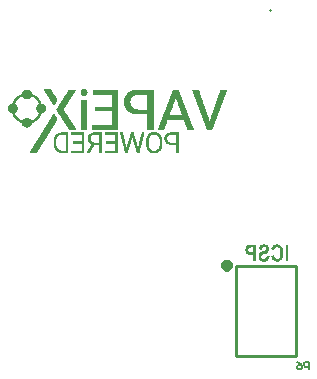
<source format=gbo>
%FSTAX23Y23*%
%MOIN*%
%SFA1B1*%

%IPPOS*%
%ADD42C,0.010000*%
%ADD58C,0.020000*%
%ADD60C,0.005900*%
%ADD63C,0.001000*%
%LNvapeixshield-1*%
%LPD*%
G36*
X04528Y04269D02*
X04518D01*
Y0429*
X04511*
X04509Y0429*
X04508Y0429*
X04507*
X04506Y0429*
X04505Y04291*
X04504Y04291*
X04503Y04291*
X04502Y04291*
X04502Y04291*
X04501*
X04501Y04291*
X04501Y04292*
X04501Y04292*
X045Y04292*
X04499Y04292*
X04498Y04293*
X04497Y04294*
X04496Y04295*
X04495Y04296*
X04495Y04297*
X04495Y04297*
Y04297*
Y04297*
X04494Y04299*
X04493Y04301*
X04493Y04303*
X04492Y04304*
X04492Y04306*
Y04306*
X04492Y04307*
Y04307*
Y04307*
Y04308*
Y04308*
X04492Y0431*
X04493Y04312*
X04493Y04314*
X04494Y04316*
X04494Y04316*
X04494Y04317*
X04494Y04318*
X04495Y04318*
X04495Y04318*
X04495Y04319*
X04495Y04319*
X04496Y0432*
X04497Y04321*
X04498Y04322*
X04499Y04323*
X045Y04324*
X04501Y04324*
X04502Y04324*
Y04324*
X04502*
X04502Y04324*
X04503Y04325*
X04504Y04325*
X04505Y04325*
X04506Y04325*
X04508Y04325*
X0451Y04325*
X04528*
Y04269*
G37*
G36*
X04556Y04326D02*
X04558Y04326D01*
X0456Y04325*
X04561Y04325*
X04562Y04325*
X04563Y04324*
X04563Y04324*
X04563*
X04565Y04323*
X04566Y04322*
X04567Y04322*
X04568Y04321*
X04568Y0432*
X04569Y04319*
X04569Y04319*
X04569*
Y04319*
X0457Y04317*
X0457Y04316*
X04571Y04314*
X04571Y04313*
X04571Y04312*
X04571Y04311*
Y04311*
Y0431*
Y0431*
Y0431*
X04571Y04309*
X04571Y04307*
X04571Y04306*
X0457Y04305*
X0457Y04304*
X0457Y04303*
X0457Y04303*
X0457Y04303*
X04569Y04302*
X04568Y04301*
X04568Y043*
X04567Y04299*
X04566Y04298*
X04566Y04298*
X04565Y04297*
X04565Y04297*
X04564Y04297*
X04563Y04296*
X04561Y04295*
X0456Y04295*
X04559Y04294*
X04558Y04294*
X04558Y04294*
X04557Y04294*
X04557Y04294*
X04557Y04293*
X04557*
X04555Y04293*
X04554Y04293*
X04553Y04292*
X04552Y04292*
X04552Y04292*
X04551Y04292*
X0455Y04291*
X0455Y04291*
X04549Y04291*
X04549Y04291*
X04548Y04291*
X04548Y04291*
X04548Y0429*
X04547Y0429*
X04547Y04289*
X04546Y04289*
X04546Y04289*
X04546Y04288*
Y04288*
X04545Y04288*
X04545Y04287*
X04545Y04286*
Y04286*
X04545Y04285*
Y04285*
Y04285*
X04545Y04284*
X04545Y04283*
X04545Y04282*
X04546Y04281*
X04546Y04281*
X04547Y0428*
X04547Y0428*
X04547Y0428*
X04548Y04279*
X04549Y04278*
X0455Y04278*
X04551Y04278*
X04552Y04278*
X04553Y04277*
X04554*
X04555Y04278*
X04557Y04278*
X04558Y04278*
X04559Y04279*
X0456Y0428*
X04561Y04281*
X04561Y04282*
X04562Y04283*
X04563Y04284*
X04563Y04285*
X04563Y04286*
X04564Y04287*
X04564Y04287*
X04564Y04288*
X04564Y04288*
X04573Y04287*
X04573Y04285*
X04572Y04284*
X04572Y04282*
X04572Y04281*
X04571Y04279*
X0457Y04278*
X0457Y04277*
X04569Y04276*
X04568Y04275*
X04568Y04274*
X04566Y04273*
X04564Y04271*
X04563Y0427*
X04561Y04269*
X0456Y04269*
X04558Y04268*
X04557Y04268*
X04556Y04268*
X04555Y04268*
X04554*
X04552Y04268*
X04551Y04268*
X04549Y04268*
X04548Y04269*
X04547Y04269*
X04545Y04269*
X04544Y0427*
X04543Y0427*
X04543Y04271*
X04542Y04271*
X04541Y04272*
X04541Y04272*
X0454Y04272*
X0454Y04273*
X0454Y04273*
X0454Y04273*
X04539Y04274*
X04538Y04275*
X04538Y04276*
X04537Y04277*
X04537Y04279*
X04536Y04281*
X04536Y04282*
X04536Y04283*
X04536Y04283*
Y04284*
X04535Y04284*
Y04285*
Y04285*
Y04285*
X04536Y04287*
X04536Y04289*
X04536Y0429*
X04536Y04291*
X04537Y04292*
X04537Y04293*
X04537Y04294*
X04537Y04294*
X04538Y04295*
X04538Y04296*
X04539Y04297*
X0454Y04298*
X04541Y04299*
X04541Y04299*
X04542Y04299*
X04542Y043*
X04542Y043*
X04543Y043*
X04545Y04301*
X04546Y04302*
X04548Y04303*
X0455Y04303*
X0455Y04303*
X04551Y04304*
X04551Y04304*
X04552*
X04552Y04304*
X04552*
X04553Y04304*
X04554Y04305*
X04555Y04305*
X04556Y04305*
X04557Y04306*
X04558Y04306*
X04558Y04306*
X04559Y04306*
X0456Y04307*
X0456Y04307*
X0456Y04307*
X04561Y04307*
X04561Y04308*
X04562Y04309*
X04562Y04309*
X04562Y0431*
X04562Y0431*
X04562Y04311*
Y04311*
Y04311*
X04562Y04312*
X04562Y04313*
X04562Y04313*
X04561Y04314*
X04561Y04314*
X04561Y04315*
X0456Y04315*
Y04315*
X0456Y04316*
X04559Y04316*
X04558Y04316*
X04557Y04316*
X04556Y04317*
X04555Y04317*
X04555*
X04553Y04317*
X04552Y04316*
X04551Y04316*
X0455Y04316*
X0455Y04315*
X04549Y04315*
X04549Y04315*
X04549Y04315*
X04548Y04314*
X04547Y04313*
X04547Y04312*
X04547Y04311*
X04546Y0431*
X04546Y04309*
X04546Y04309*
X04546Y04309*
Y04309*
Y04308*
X04537Y04309*
X04537Y0431*
X04537Y04312*
X04537Y04313*
X04538Y04314*
X04538Y04315*
X04538Y04317*
X04539Y04317*
X04539Y04318*
X0454Y04319*
X0454Y0432*
X0454Y0432*
X04541Y04321*
X04541Y04321*
X04541Y04321*
Y04321*
X04542Y04322*
X04542Y04322*
X04543Y04323*
X04544Y04324*
X04545Y04324*
X04548Y04325*
X0455Y04325*
X04551Y04326*
X04551Y04326*
X04552Y04326*
X04553Y04326*
X04554Y04326*
X04554*
X04556Y04326*
G37*
G36*
X04635Y04269D02*
X04626D01*
Y04325*
X04635*
Y04269*
G37*
G36*
X04599Y04326D02*
X04601Y04326D01*
X04602Y04325*
X04604Y04325*
X04605Y04324*
X04606Y04324*
X04607Y04323*
X04608Y04323*
X04609Y04322*
X0461Y04321*
X04611Y04321*
X04611Y0432*
X04612Y0432*
X04612Y04319*
X04612Y04319*
X04612Y04319*
X04613Y04317*
X04614Y04316*
X04615Y04314*
X04616Y04312*
X04617Y0431*
X04617Y04308*
X04618Y04306*
X04618Y04305*
X04618Y04303*
X04618Y04301*
X04619Y043*
X04619Y04299*
Y04298*
Y04297*
Y04297*
Y04297*
Y04296*
Y04294*
X04619Y04292*
X04618Y04289*
X04618Y04287*
X04617Y04285*
X04617Y04284*
X04616Y04282*
X04616Y04281*
X04615Y04279*
X04614Y04278*
X04614Y04277*
X04613Y04276*
X04613Y04276*
X04613Y04275*
X04612Y04275*
X04612Y04275*
X04611Y04274*
X0461Y04273*
X04609Y04272*
X04608Y04271*
X04606Y0427*
X04605Y0427*
X04604Y04269*
X04603Y04269*
X04602Y04268*
X04601Y04268*
X046Y04268*
X04599Y04268*
X04599*
X04598Y04268*
X04598*
X04596Y04268*
X04595Y04268*
X04593Y04269*
X04591Y04269*
X0459Y0427*
X04589Y0427*
X04588Y0427*
X04588Y04271*
X04587Y04271*
X04587Y04272*
X04586Y04272*
X04586Y04272*
X04586Y04272*
X04586Y04272*
X04585Y04273*
X04584Y04274*
X04582Y04276*
X04581Y04279*
X0458Y04281*
X0458Y04282*
X04579Y04283*
X04579Y04284*
X04579Y04285*
X04579Y04285*
X04579Y04286*
X04579Y04286*
Y04286*
X04588Y0429*
X04588Y04287*
X04589Y04286*
X04589Y04284*
X0459Y04283*
X04591Y04282*
X04591Y04281*
X04591Y04281*
X04592Y0428*
X04593Y0428*
X04594Y04279*
X04595Y04278*
X04596Y04278*
X04597Y04278*
X04597*
X04598Y04278*
X04598*
X04599Y04278*
X046*
X04601Y04278*
X04603Y04279*
X04604Y0428*
X04605Y04281*
X04605Y04281*
X04606Y04282*
X04606Y04282*
Y04282*
X04607Y04283*
X04607Y04284*
X04607Y04285*
X04608Y04286*
X04608Y04289*
X04609Y04291*
X04609Y04292*
X04609Y04294*
X04609Y04295*
Y04295*
X04609Y04296*
Y04297*
Y04297*
Y04297*
Y04299*
X04609Y04301*
X04609Y04302*
X04609Y04304*
X04608Y04305*
X04608Y04306*
X04608Y04307*
X04608Y04308*
X04607Y04309*
X04607Y0431*
X04607Y0431*
X04606Y04311*
X04606Y04311*
X04606Y04312*
X04606Y04312*
X04605Y04313*
X04605Y04313*
X04604Y04314*
X04603Y04314*
X04602Y04315*
X04601Y04316*
X04599Y04316*
X04598Y04316*
X04598Y04316*
X04598*
X04596Y04316*
X04595Y04316*
X04594Y04316*
X04593Y04315*
X04592Y04315*
X04592Y04314*
X04592Y04314*
X04591Y04314*
X04591Y04313*
X0459Y04312*
X04589Y04311*
X04589Y04309*
X04588Y04308*
X04588Y04308*
X04588Y04307*
Y04307*
X04588Y04307*
Y04307*
X04579Y04309*
X04579Y04311*
X04579Y04312*
X0458Y04313*
X0458Y04314*
X04581Y04315*
X04581Y04316*
X04582Y04317*
X04582Y04318*
X04582Y04318*
X04583Y04319*
X04583Y0432*
X04584Y0432*
X04584Y0432*
X04584Y0432*
X04584Y04321*
X04584*
X04585Y04322*
X04586Y04322*
X04587Y04323*
X04588Y04324*
X04589Y04324*
X04591Y04325*
X04593Y04325*
X04594Y04326*
X04594Y04326*
X04595Y04326*
X04596Y04326*
X04596Y04326*
X04597*
X04599Y04326*
G37*
%LNvapeixshield-2*%
%LPC*%
G36*
X04518Y04316D02*
X04512D01*
X04511Y04316*
X0451*
X04509Y04315*
X04508Y04315*
X04507Y04315*
X04507Y04315*
X04506Y04315*
X04506*
X04506Y04315*
X04505Y04314*
X04504Y04314*
X04504Y04313*
X04504Y04313*
X04503Y04313*
X04503Y04312*
X04503Y04312*
X04503Y04312*
X04502Y04311*
X04502Y0431*
X04502Y04309*
X04502Y04309*
X04502Y04308*
Y04308*
Y04308*
X04502Y04307*
X04502Y04306*
X04502Y04305*
X04502Y04304*
X04503Y04304*
X04503Y04303*
X04503Y04303*
Y04303*
X04504Y04302*
X04504Y04302*
X04505Y04301*
X04505Y04301*
X04506Y04301*
X04506Y043*
X04506Y043*
X04506*
X04507Y043*
X04508Y043*
X04509*
X0451Y043*
X04511Y043*
X04518*
Y04316*
G37*
%LNvapeixshield-3*%
%LPD*%
G54D42*
X04573Y05106D02*
X04573Y05106D01*
X04461Y03955D02*
Y04255D01*
X04661*
Y03955D02*
Y04255D01*
X04461Y03955D02*
X04661D01*
G54D58*
X04441Y04255D02*
D01*
X04441Y04256*
X04441Y04256*
X0444Y04257*
X0444Y04258*
X0444Y04258*
X0444Y04259*
X04439Y0426*
X04439Y0426*
X04439Y04261*
X04438Y04261*
X04438Y04262*
X04437Y04262*
X04437Y04263*
X04436Y04263*
X04436Y04264*
X04435Y04264*
X04434Y04264*
X04434Y04265*
X04433Y04265*
X04432Y04265*
X04432Y04265*
X04431Y04265*
X0443*
X0443Y04265*
X04429Y04265*
X04428Y04265*
X04428Y04265*
X04427Y04264*
X04426Y04264*
X04426Y04264*
X04425Y04263*
X04424Y04263*
X04424Y04262*
X04423Y04262*
X04423Y04261*
X04423Y04261*
X04422Y0426*
X04422Y0426*
X04421Y04259*
X04421Y04258*
X04421Y04258*
X04421Y04257*
X04421Y04256*
X04421Y04256*
X04421Y04255*
X04421Y04254*
X04421Y04254*
X04421Y04253*
X04421Y04252*
X04421Y04252*
X04421Y04251*
X04422Y0425*
X04422Y0425*
X04423Y04249*
X04423Y04249*
X04423Y04248*
X04424Y04248*
X04424Y04247*
X04425Y04247*
X04426Y04246*
X04426Y04246*
X04427Y04246*
X04428Y04245*
X04428Y04245*
X04429Y04245*
X0443Y04245*
X0443Y04245*
X04431*
X04432Y04245*
X04432Y04245*
X04433Y04245*
X04434Y04245*
X04434Y04246*
X04435Y04246*
X04436Y04246*
X04436Y04247*
X04437Y04247*
X04437Y04248*
X04438Y04248*
X04438Y04249*
X04439Y04249*
X04439Y0425*
X04439Y0425*
X0444Y04251*
X0444Y04252*
X0444Y04252*
X0444Y04253*
X04441Y04254*
X04441Y04254*
X04441Y04255*
G54D60*
X04704Y0391D02*
Y03933D01*
X04692*
X04688Y0393*
Y03922*
X04692Y03918*
X04704*
X04664Y03933D02*
X04672Y0393D01*
X0468Y03922*
Y03914*
X04676Y0391*
X04668*
X04664Y03914*
Y03918*
X04668Y03922*
X0468*
G54D63*
X04181Y04633D02*
X04191D01*
X03774Y04634D02*
X03794D01*
X03875D02*
X03899D01*
X03911D02*
X03952D01*
X03964D02*
X03971D01*
X04005D02*
X04011D01*
X04023D02*
X04064D01*
X04091D02*
X04097D01*
X0413D02*
X04136D01*
X04178D02*
X04196D01*
X04261D02*
X04267D01*
X03774Y04635D02*
X03795D01*
X03871D02*
X03899D01*
X03911D02*
X03952D01*
X03965D02*
X03971D01*
X04005D02*
X04011D01*
X04023D02*
X04064D01*
X04091D02*
X04097D01*
X0413D02*
X04136D01*
X04175D02*
X04198D01*
X04261D02*
X04267D01*
X03775Y04636D02*
X03796D01*
X03869D02*
X03899D01*
X03911D02*
X03952D01*
X03965D02*
X03972D01*
X04005D02*
X04011D01*
X04023D02*
X04064D01*
X04091D02*
X04098D01*
X04129D02*
X04136D01*
X04173D02*
X042D01*
X04261D02*
X04267D01*
X03775Y04637D02*
X03796D01*
X03866D02*
X03899D01*
X03911D02*
X03952D01*
X03966D02*
X03972D01*
X04005D02*
X04011D01*
X04023D02*
X04064D01*
X0409D02*
X04098D01*
X04129D02*
X04137D01*
X04172D02*
X04201D01*
X04261D02*
X04267D01*
X03776Y04638D02*
X03797D01*
X03865D02*
X03899D01*
X03911D02*
X03952D01*
X03967D02*
X03973D01*
X04005D02*
X04011D01*
X04023D02*
X04064D01*
X0409D02*
X04098D01*
X04129D02*
X04137D01*
X04171D02*
X04182D01*
X04191D02*
X04202D01*
X04261D02*
X04267D01*
X03777Y04639D02*
X03797D01*
X03864D02*
X03875D01*
X03894D02*
X03899D01*
X03946D02*
X03952D01*
X03967D02*
X03974D01*
X04005D02*
X04011D01*
X04058D02*
X04064D01*
X0409D02*
X04098D01*
X04129D02*
X04137D01*
X0417D02*
X04179D01*
X04194D02*
X04204D01*
X04261D02*
X04267D01*
X03777Y0464D02*
X03798D01*
X03862D02*
X03872D01*
X03894D02*
X03899D01*
X03946D02*
X03952D01*
X03968D02*
X03974D01*
X04005D02*
X04011D01*
X04058D02*
X04064D01*
X0409D02*
X04099D01*
X04128D02*
X04137D01*
X04169D02*
X04177D01*
X04196D02*
X04205D01*
X04261D02*
X04267D01*
X03778Y04641D02*
X03799D01*
X03861D02*
X0387D01*
X03894D02*
X03899D01*
X03946D02*
X03952D01*
X03968D02*
X03975D01*
X04005D02*
X04011D01*
X04058D02*
X04064D01*
X04089D02*
X04099D01*
X04128D02*
X04138D01*
X04168D02*
X04175D01*
X04198D02*
X04206D01*
X04261D02*
X04267D01*
X03779Y04642D02*
X03799D01*
X0386D02*
X03868D01*
X03894D02*
X03899D01*
X03946D02*
X03952D01*
X03969D02*
X03975D01*
X04005D02*
X04011D01*
X04058D02*
X04064D01*
X04089D02*
X04099D01*
X04128D02*
X04138D01*
X04167D02*
X04174D01*
X04199D02*
X04206D01*
X04261D02*
X04267D01*
X03779Y04643D02*
X038D01*
X03859D02*
X03867D01*
X03894D02*
X03899D01*
X03946D02*
X03952D01*
X0397D02*
X03976D01*
X04005D02*
X04011D01*
X04058D02*
X04064D01*
X04089D02*
X04094D01*
X04095D02*
X041D01*
X04127D02*
X04132D01*
X04133D02*
X04138D01*
X04166D02*
X04173D01*
X042D02*
X04207D01*
X04261D02*
X04267D01*
X0378Y04644D02*
X03801D01*
X03859D02*
X03866D01*
X03894D02*
X03899D01*
X03946D02*
X03952D01*
X0397D02*
X03977D01*
X04005D02*
X04011D01*
X04058D02*
X04064D01*
X04089D02*
X04094D01*
X04095D02*
X041D01*
X04127D02*
X04132D01*
X04133D02*
X04138D01*
X04166D02*
X04172D01*
X04201D02*
X04208D01*
X04261D02*
X04267D01*
X0378Y04645D02*
X03801D01*
X03858D02*
X03865D01*
X03894D02*
X03899D01*
X03946D02*
X03952D01*
X03971D02*
X03977D01*
X04005D02*
X04011D01*
X04058D02*
X04064D01*
X04088D02*
X04093D01*
X04095D02*
X041D01*
X04127D02*
X04132D01*
X04133D02*
X04139D01*
X04165D02*
X04171D01*
X04202D02*
X04208D01*
X04261D02*
X04267D01*
X03781Y04646D02*
X03802D01*
X03857D02*
X03864D01*
X03894D02*
X03899D01*
X03946D02*
X03952D01*
X03971D02*
X03978D01*
X04005D02*
X04011D01*
X04058D02*
X04064D01*
X04088D02*
X04093D01*
X04095D02*
X041D01*
X04126D02*
X04132D01*
X04134D02*
X04139D01*
X04164D02*
X04171D01*
X04203D02*
X04209D01*
X04261D02*
X04267D01*
X03782Y04647D02*
X03802D01*
X03857D02*
X03863D01*
X03894D02*
X03899D01*
X03946D02*
X03952D01*
X03972D02*
X03978D01*
X04005D02*
X04011D01*
X04058D02*
X04064D01*
X04088D02*
X04093D01*
X04096D02*
X04101D01*
X04126D02*
X04131D01*
X04134D02*
X04139D01*
X04164D02*
X0417D01*
X04203D02*
X04209D01*
X04261D02*
X04267D01*
X03782Y04648D02*
X03803D01*
X03856D02*
X03862D01*
X03894D02*
X03899D01*
X03946D02*
X03952D01*
X03973D02*
X03979D01*
X04005D02*
X04011D01*
X04058D02*
X04064D01*
X04088D02*
X04093D01*
X04096D02*
X04101D01*
X04126D02*
X04131D01*
X04134D02*
X04139D01*
X04164D02*
X0417D01*
X04204D02*
X0421D01*
X04261D02*
X04267D01*
X03783Y04649D02*
X03804D01*
X03855D02*
X03862D01*
X03894D02*
X03899D01*
X03946D02*
X03952D01*
X03973D02*
X03979D01*
X04005D02*
X04011D01*
X04058D02*
X04064D01*
X04087D02*
X04093D01*
X04096D02*
X04101D01*
X04126D02*
X04131D01*
X04134D02*
X0414D01*
X04163D02*
X04169D01*
X04204D02*
X0421D01*
X04261D02*
X04267D01*
X03783Y0465D02*
X03804D01*
X03855D02*
X03861D01*
X03894D02*
X03899D01*
X03946D02*
X03952D01*
X03974D02*
X0398D01*
X04005D02*
X04011D01*
X04058D02*
X04064D01*
X04087D02*
X04092D01*
X04096D02*
X04102D01*
X04125D02*
X0413D01*
X04134D02*
X0414D01*
X04163D02*
X04169D01*
X04205D02*
X0421D01*
X04261D02*
X04267D01*
X03784Y04651D02*
X03805D01*
X03855D02*
X03861D01*
X03894D02*
X03899D01*
X03946D02*
X03952D01*
X03974D02*
X03981D01*
X04005D02*
X04011D01*
X04058D02*
X04064D01*
X04087D02*
X04092D01*
X04097D02*
X04102D01*
X04125D02*
X0413D01*
X04135D02*
X0414D01*
X04163D02*
X04168D01*
X04205D02*
X04211D01*
X04261D02*
X04267D01*
X03785Y04652D02*
X03805D01*
X03854D02*
X0386D01*
X03894D02*
X03899D01*
X03946D02*
X03952D01*
X03975D02*
X03981D01*
X04005D02*
X04011D01*
X04058D02*
X04064D01*
X04087D02*
X04092D01*
X04097D02*
X04102D01*
X04125D02*
X0413D01*
X04135D02*
X0414D01*
X04162D02*
X04168D01*
X04205D02*
X04211D01*
X04261D02*
X04267D01*
X03785Y04653D02*
X03806D01*
X03854D02*
X0386D01*
X03894D02*
X03899D01*
X03946D02*
X03952D01*
X03976D02*
X03982D01*
X04005D02*
X04011D01*
X04058D02*
X04064D01*
X04086D02*
X04092D01*
X04097D02*
X04102D01*
X04124D02*
X0413D01*
X04135D02*
X04141D01*
X04162D02*
X04168D01*
X04206D02*
X04211D01*
X04261D02*
X04267D01*
X03786Y04654D02*
X03807D01*
X03854D02*
X0386D01*
X03894D02*
X03899D01*
X03946D02*
X03952D01*
X03976D02*
X03982D01*
X04005D02*
X04011D01*
X04058D02*
X04064D01*
X04086D02*
X04091D01*
X04098D02*
X04103D01*
X04124D02*
X04129D01*
X04135D02*
X04141D01*
X04162D02*
X04168D01*
X04206D02*
X04212D01*
X04261D02*
X04267D01*
X03787Y04655D02*
X03807D01*
X03853D02*
X03859D01*
X03894D02*
X03899D01*
X03946D02*
X03952D01*
X03977D02*
X03983D01*
X04005D02*
X04011D01*
X04058D02*
X04064D01*
X04086D02*
X04091D01*
X04098D02*
X04103D01*
X04124D02*
X04129D01*
X04136D02*
X04141D01*
X04162D02*
X04167D01*
X04206D02*
X04212D01*
X04261D02*
X04267D01*
X03787Y04656D02*
X03808D01*
X03853D02*
X03859D01*
X03894D02*
X03899D01*
X03946D02*
X03952D01*
X03977D02*
X03984D01*
X04005D02*
X04011D01*
X04058D02*
X04064D01*
X04085D02*
X04091D01*
X04098D02*
X04103D01*
X04123D02*
X04129D01*
X04136D02*
X04141D01*
X04161D02*
X04167D01*
X04206D02*
X04212D01*
X04261D02*
X04267D01*
X03788Y04657D02*
X03809D01*
X03853D02*
X03859D01*
X03894D02*
X03899D01*
X03946D02*
X03952D01*
X03978D02*
X03984D01*
X04005D02*
X04011D01*
X04058D02*
X04064D01*
X04085D02*
X04091D01*
X04098D02*
X04104D01*
X04123D02*
X04128D01*
X04136D02*
X04142D01*
X04161D02*
X04167D01*
X04206D02*
X04212D01*
X04261D02*
X04267D01*
X03788Y04658D02*
X03809D01*
X03853D02*
X03859D01*
X03894D02*
X03899D01*
X03946D02*
X03952D01*
X03978D02*
X03985D01*
X04005D02*
X04011D01*
X04058D02*
X04064D01*
X04085D02*
X04091D01*
X04099D02*
X04104D01*
X04123D02*
X04128D01*
X04136D02*
X04142D01*
X04161D02*
X04167D01*
X04206D02*
X04212D01*
X04261D02*
X04267D01*
X03789Y04659D02*
X0381D01*
X03853D02*
X03859D01*
X03894D02*
X03899D01*
X03946D02*
X03952D01*
X03979D02*
X03985D01*
X04005D02*
X04011D01*
X04058D02*
X04064D01*
X04085D02*
X0409D01*
X04099D02*
X04104D01*
X04123D02*
X04128D01*
X04137D02*
X04142D01*
X04161D02*
X04167D01*
X04207D02*
X04212D01*
X04261D02*
X04267D01*
X0379Y0466D02*
X0381D01*
X03853D02*
X03858D01*
X03894D02*
X03899D01*
X03946D02*
X03952D01*
X0398D02*
X03986D01*
X04005D02*
X04011D01*
X04058D02*
X04064D01*
X04084D02*
X0409D01*
X04099D02*
X04105D01*
X04122D02*
X04128D01*
X04137D02*
X04142D01*
X04161D02*
X04167D01*
X04207D02*
X04212D01*
X04261D02*
X04267D01*
X0379Y04661D02*
X03811D01*
X03853D02*
X03858D01*
X03894D02*
X03899D01*
X03946D02*
X03952D01*
X0398D02*
X04011D01*
X04058D02*
X04064D01*
X04084D02*
X0409D01*
X041D02*
X04105D01*
X04122D02*
X04127D01*
X04137D02*
X04143D01*
X04161D02*
X04167D01*
X04207D02*
X04212D01*
X04237D02*
X04267D01*
X03791Y04662D02*
X03812D01*
X03853D02*
X03858D01*
X03894D02*
X03899D01*
X03946D02*
X03952D01*
X0398D02*
X04011D01*
X04058D02*
X04064D01*
X04084D02*
X04089D01*
X041D02*
X04105D01*
X04122D02*
X04127D01*
X04137D02*
X04143D01*
X04161D02*
X04167D01*
X04207D02*
X04212D01*
X04233D02*
X04267D01*
X03792Y04663D02*
X03812D01*
X03853D02*
X03858D01*
X03894D02*
X03899D01*
X03946D02*
X03952D01*
X03978D02*
X04011D01*
X04058D02*
X04064D01*
X04084D02*
X04089D01*
X041D02*
X04105D01*
X04121D02*
X04127D01*
X04138D02*
X04143D01*
X04161D02*
X04167D01*
X04207D02*
X04212D01*
X04231D02*
X04267D01*
X03792Y04664D02*
X03813D01*
X03853D02*
X03858D01*
X03894D02*
X03899D01*
X03946D02*
X03952D01*
X03976D02*
X04011D01*
X04058D02*
X04064D01*
X04083D02*
X04089D01*
X041D02*
X04106D01*
X04121D02*
X04126D01*
X04138D02*
X04144D01*
X04161D02*
X04167D01*
X04207D02*
X04212D01*
X04229D02*
X04267D01*
X03793Y04665D02*
X03814D01*
X03853D02*
X03858D01*
X03894D02*
X03899D01*
X03916D02*
X03952D01*
X03975D02*
X04011D01*
X04028D02*
X04064D01*
X04083D02*
X04089D01*
X04101D02*
X04106D01*
X04121D02*
X04126D01*
X04138D02*
X04144D01*
X04161D02*
X04167D01*
X04207D02*
X04212D01*
X04228D02*
X04267D01*
X03793Y04666D02*
X03814D01*
X03853D02*
X03858D01*
X03894D02*
X03899D01*
X03916D02*
X03952D01*
X03973D02*
X03985D01*
X04005D02*
X04011D01*
X04027D02*
X04064D01*
X04083D02*
X04089D01*
X04101D02*
X04106D01*
X04121D02*
X04126D01*
X04138D02*
X04144D01*
X04161D02*
X04167D01*
X04207D02*
X04212D01*
X04227D02*
X04237D01*
X04261D02*
X04267D01*
X03794Y04667D02*
X03815D01*
X03853D02*
X03858D01*
X03894D02*
X03899D01*
X03916D02*
X03952D01*
X03972D02*
X03981D01*
X04005D02*
X04011D01*
X04027D02*
X04064D01*
X04083D02*
X04088D01*
X04101D02*
X04107D01*
X0412D02*
X04125D01*
X04139D02*
X04144D01*
X04161D02*
X04167D01*
X04207D02*
X04212D01*
X04226D02*
X04235D01*
X04261D02*
X04267D01*
X03795Y04668D02*
X03815D01*
X03853D02*
X03858D01*
X03894D02*
X03899D01*
X03916D02*
X03952D01*
X03971D02*
X03979D01*
X04005D02*
X04011D01*
X04027D02*
X04064D01*
X04082D02*
X04088D01*
X04102D02*
X04107D01*
X0412D02*
X04125D01*
X04139D02*
X04145D01*
X04161D02*
X04167D01*
X04207D02*
X04212D01*
X04226D02*
X04233D01*
X04261D02*
X04267D01*
X03795Y04669D02*
X03816D01*
X03853D02*
X03858D01*
X03894D02*
X03899D01*
X03916D02*
X03952D01*
X03971D02*
X03978D01*
X04005D02*
X04011D01*
X04027D02*
X04064D01*
X04082D02*
X04088D01*
X04102D02*
X04107D01*
X0412D02*
X04125D01*
X04139D02*
X04145D01*
X04161D02*
X04167D01*
X04207D02*
X04212D01*
X04225D02*
X04232D01*
X04261D02*
X04267D01*
X03796Y0467D02*
X03817D01*
X03853D02*
X03858D01*
X03894D02*
X03899D01*
X03946D02*
X03952D01*
X0397D02*
X03977D01*
X04005D02*
X04011D01*
X04058D02*
X04064D01*
X04082D02*
X04088D01*
X04102D02*
X04107D01*
X04119D02*
X04125D01*
X04139D02*
X04145D01*
X04161D02*
X04167D01*
X04207D02*
X04212D01*
X04224D02*
X04231D01*
X04261D02*
X04267D01*
X03797Y04671D02*
X03817D01*
X03853D02*
X03858D01*
X03894D02*
X03899D01*
X03946D02*
X03952D01*
X03969D02*
X03976D01*
X04005D02*
X04011D01*
X04058D02*
X04064D01*
X04082D02*
X04087D01*
X04103D02*
X04108D01*
X04119D02*
X04124D01*
X0414D02*
X04145D01*
X04161D02*
X04167D01*
X04207D02*
X04212D01*
X04224D02*
X0423D01*
X04261D02*
X04267D01*
X03797Y04672D02*
X03818D01*
X03853D02*
X03858D01*
X03894D02*
X03899D01*
X03946D02*
X03952D01*
X03969D02*
X03975D01*
X04005D02*
X04011D01*
X04058D02*
X04064D01*
X04081D02*
X04087D01*
X04103D02*
X04108D01*
X04119D02*
X04124D01*
X0414D02*
X04146D01*
X04161D02*
X04167D01*
X04207D02*
X04212D01*
X04223D02*
X0423D01*
X04261D02*
X04267D01*
X03798Y04673D02*
X03818D01*
X03853D02*
X03858D01*
X03894D02*
X03899D01*
X03946D02*
X03952D01*
X03968D02*
X03975D01*
X04005D02*
X04011D01*
X04058D02*
X04064D01*
X04081D02*
X04087D01*
X04103D02*
X04108D01*
X04118D02*
X04124D01*
X0414D02*
X04146D01*
X04161D02*
X04167D01*
X04207D02*
X04212D01*
X04223D02*
X04229D01*
X04261D02*
X04267D01*
X03798Y04674D02*
X03819D01*
X03853D02*
X03859D01*
X03894D02*
X03899D01*
X03946D02*
X03952D01*
X03968D02*
X03974D01*
X04005D02*
X04011D01*
X04058D02*
X04064D01*
X04081D02*
X04087D01*
X04103D02*
X04109D01*
X04118D02*
X04123D01*
X0414D02*
X04146D01*
X04161D02*
X04167D01*
X04207D02*
X04212D01*
X04223D02*
X04229D01*
X04261D02*
X04267D01*
X03799Y04675D02*
X0382D01*
X03853D02*
X03859D01*
X03894D02*
X03899D01*
X03946D02*
X03952D01*
X03968D02*
X03974D01*
X04005D02*
X04011D01*
X04058D02*
X04064D01*
X04081D02*
X04086D01*
X04104D02*
X04109D01*
X04118D02*
X04123D01*
X04141D02*
X04146D01*
X04161D02*
X04167D01*
X04206D02*
X04212D01*
X04223D02*
X04228D01*
X04261D02*
X04267D01*
X038Y04676D02*
X0382D01*
X03853D02*
X03859D01*
X03894D02*
X03899D01*
X03946D02*
X03952D01*
X03968D02*
X03973D01*
X04005D02*
X04011D01*
X04058D02*
X04064D01*
X0408D02*
X04086D01*
X04104D02*
X04109D01*
X04118D02*
X04123D01*
X04141D02*
X04147D01*
X04161D02*
X04167D01*
X04206D02*
X04212D01*
X04222D02*
X04228D01*
X04261D02*
X04267D01*
X038Y04677D02*
X03821D01*
X03853D02*
X03859D01*
X03894D02*
X03899D01*
X03946D02*
X03952D01*
X03967D02*
X03973D01*
X04005D02*
X04011D01*
X04058D02*
X04064D01*
X0408D02*
X04086D01*
X04104D02*
X04109D01*
X04117D02*
X04123D01*
X04141D02*
X04147D01*
X04161D02*
X04167D01*
X04206D02*
X04212D01*
X04222D02*
X04228D01*
X04261D02*
X04267D01*
X03801Y04678D02*
X03822D01*
X03854D02*
X03859D01*
X03894D02*
X03899D01*
X03946D02*
X03952D01*
X03967D02*
X03973D01*
X04005D02*
X04011D01*
X04058D02*
X04064D01*
X0408D02*
X04086D01*
X04105D02*
X0411D01*
X04117D02*
X04122D01*
X04141D02*
X04147D01*
X04162D02*
X04167D01*
X04206D02*
X04212D01*
X04222D02*
X04228D01*
X04261D02*
X04267D01*
X03802Y04679D02*
X03822D01*
X03854D02*
X0386D01*
X03894D02*
X03899D01*
X03946D02*
X03952D01*
X03967D02*
X03973D01*
X04005D02*
X04011D01*
X04058D02*
X04064D01*
X0408D02*
X04085D01*
X04105D02*
X0411D01*
X04117D02*
X04122D01*
X04142D02*
X04147D01*
X04162D02*
X04168D01*
X04206D02*
X04212D01*
X04222D02*
X04228D01*
X04261D02*
X04267D01*
X03802Y0468D02*
X03823D01*
X03854D02*
X0386D01*
X03894D02*
X03899D01*
X03946D02*
X03952D01*
X03967D02*
X03973D01*
X04005D02*
X04011D01*
X04058D02*
X04064D01*
X04079D02*
X04085D01*
X04105D02*
X0411D01*
X04116D02*
X04122D01*
X04142D02*
X04148D01*
X04162D02*
X04168D01*
X04205D02*
X04211D01*
X04222D02*
X04228D01*
X04261D02*
X04267D01*
X03803Y04681D02*
X03823D01*
X03854D02*
X0386D01*
X03894D02*
X03899D01*
X03946D02*
X03952D01*
X03967D02*
X03973D01*
X04005D02*
X04011D01*
X04058D02*
X04064D01*
X04079D02*
X04085D01*
X04105D02*
X04111D01*
X04116D02*
X04121D01*
X04142D02*
X04148D01*
X04162D02*
X04168D01*
X04205D02*
X04211D01*
X04222D02*
X04228D01*
X04261D02*
X04267D01*
X03803Y04682D02*
X03824D01*
X03855D02*
X03861D01*
X03894D02*
X03899D01*
X03946D02*
X03952D01*
X03967D02*
X03973D01*
X04005D02*
X04011D01*
X04058D02*
X04064D01*
X04079D02*
X04085D01*
X04106D02*
X04111D01*
X04116D02*
X04121D01*
X04142D02*
X04148D01*
X04163D02*
X04168D01*
X04205D02*
X04211D01*
X04222D02*
X04228D01*
X04261D02*
X04267D01*
X03804Y04683D02*
X03825D01*
X03855D02*
X03861D01*
X03894D02*
X03899D01*
X03946D02*
X03952D01*
X03967D02*
X03973D01*
X04005D02*
X04011D01*
X04058D02*
X04064D01*
X04079D02*
X04084D01*
X04106D02*
X04111D01*
X04115D02*
X04121D01*
X04143D02*
X04148D01*
X04163D02*
X04169D01*
X04204D02*
X0421D01*
X04222D02*
X04228D01*
X04261D02*
X04267D01*
X03805Y04684D02*
X03825D01*
X03856D02*
X03862D01*
X03894D02*
X03899D01*
X03946D02*
X03952D01*
X03968D02*
X03973D01*
X04005D02*
X04011D01*
X04058D02*
X04064D01*
X04078D02*
X04084D01*
X04106D02*
X04111D01*
X04115D02*
X0412D01*
X04143D02*
X04149D01*
X04163D02*
X04169D01*
X04204D02*
X0421D01*
X04223D02*
X04228D01*
X04261D02*
X04267D01*
X03805Y04685D02*
X03826D01*
X03856D02*
X03862D01*
X03894D02*
X03899D01*
X03946D02*
X03952D01*
X03968D02*
X03974D01*
X04005D02*
X04011D01*
X04058D02*
X04064D01*
X04078D02*
X04084D01*
X04107D02*
X04112D01*
X04115D02*
X0412D01*
X04143D02*
X04149D01*
X04164D02*
X0417D01*
X04203D02*
X0421D01*
X04223D02*
X04229D01*
X04261D02*
X04267D01*
X03806Y04686D02*
X03827D01*
X03857D02*
X03863D01*
X03894D02*
X03899D01*
X03946D02*
X03952D01*
X03968D02*
X03974D01*
X04005D02*
X04011D01*
X04058D02*
X04064D01*
X04078D02*
X04084D01*
X04107D02*
X04112D01*
X04115D02*
X0412D01*
X04143D02*
X04149D01*
X04164D02*
X0417D01*
X04203D02*
X04209D01*
X04223D02*
X04229D01*
X04261D02*
X04267D01*
X03807Y04687D02*
X03827D01*
X03857D02*
X03864D01*
X03894D02*
X03899D01*
X03946D02*
X03952D01*
X03968D02*
X03975D01*
X04005D02*
X04011D01*
X04058D02*
X04064D01*
X04078D02*
X04083D01*
X04107D02*
X04112D01*
X04114D02*
X0412D01*
X04144D02*
X04149D01*
X04165D02*
X04171D01*
X04202D02*
X04209D01*
X04223D02*
X0423D01*
X04261D02*
X04267D01*
X03807Y04688D02*
X03828D01*
X03858D02*
X03865D01*
X03894D02*
X03899D01*
X03946D02*
X03952D01*
X03969D02*
X03975D01*
X04005D02*
X04011D01*
X04058D02*
X04064D01*
X04077D02*
X04083D01*
X04107D02*
X04113D01*
X04114D02*
X04119D01*
X04144D02*
X0415D01*
X04165D02*
X04172D01*
X04202D02*
X04208D01*
X04224D02*
X0423D01*
X04261D02*
X04267D01*
X03808Y04689D02*
X03828D01*
X03859D02*
X03866D01*
X03894D02*
X03899D01*
X03946D02*
X03952D01*
X03969D02*
X03976D01*
X04005D02*
X04011D01*
X04058D02*
X04064D01*
X04077D02*
X04083D01*
X04108D02*
X04113D01*
X04114D02*
X04119D01*
X04144D02*
X0415D01*
X04166D02*
X04172D01*
X04201D02*
X04207D01*
X04224D02*
X04231D01*
X04261D02*
X04267D01*
X03808Y0469D02*
X03829D01*
X0386D02*
X03867D01*
X03894D02*
X03899D01*
X03946D02*
X03952D01*
X0397D02*
X03977D01*
X04005D02*
X04011D01*
X04058D02*
X04064D01*
X04077D02*
X04083D01*
X04108D02*
X04113D01*
X04114D02*
X04119D01*
X04144D02*
X0415D01*
X04166D02*
X04173D01*
X042D02*
X04207D01*
X04225D02*
X04232D01*
X04261D02*
X04267D01*
X03809Y04691D02*
X0383D01*
X0386D02*
X03869D01*
X03894D02*
X03899D01*
X03946D02*
X03952D01*
X0397D02*
X03978D01*
X04005D02*
X04011D01*
X04058D02*
X04064D01*
X04076D02*
X04082D01*
X04108D02*
X04118D01*
X04145D02*
X0415D01*
X04167D02*
X04175D01*
X04199D02*
X04206D01*
X04226D02*
X04233D01*
X04261D02*
X04267D01*
X0381Y04692D02*
X0383D01*
X03861D02*
X0387D01*
X03894D02*
X03899D01*
X03946D02*
X03952D01*
X03971D02*
X03979D01*
X04005D02*
X04011D01*
X04058D02*
X04064D01*
X04076D02*
X04082D01*
X04109D02*
X04118D01*
X04145D02*
X04151D01*
X04168D02*
X04176D01*
X04197D02*
X04205D01*
X04226D02*
X04234D01*
X04261D02*
X04267D01*
X0381Y04693D02*
X03831D01*
X03863D02*
X03873D01*
X03894D02*
X03899D01*
X03946D02*
X03952D01*
X03972D02*
X03981D01*
X04005D02*
X04011D01*
X04058D02*
X04064D01*
X04076D02*
X04082D01*
X04109D02*
X04118D01*
X04145D02*
X04151D01*
X04169D02*
X04178D01*
X04196D02*
X04204D01*
X04227D02*
X04236D01*
X04261D02*
X04267D01*
X03811Y04694D02*
X03831D01*
X03864D02*
X03877D01*
X03894D02*
X03899D01*
X03946D02*
X03952D01*
X03973D02*
X03985D01*
X04005D02*
X04011D01*
X04058D02*
X04064D01*
X04076D02*
X04082D01*
X04109D02*
X04118D01*
X04145D02*
X04151D01*
X0417D02*
X0418D01*
X04194D02*
X04203D01*
X04228D02*
X0424D01*
X04261D02*
X04267D01*
X03811Y04695D02*
X03832D01*
X03865D02*
X03899D01*
X03911D02*
X03952D01*
X03974D02*
X04011D01*
X04023D02*
X04064D01*
X04075D02*
X04081D01*
X0411D02*
X04117D01*
X04146D02*
X04151D01*
X04171D02*
X04184D01*
X04189D02*
X04202D01*
X04229D02*
X04267D01*
X03812Y04696D02*
X03833D01*
X03867D02*
X03899D01*
X03911D02*
X03952D01*
X03976D02*
X04011D01*
X04023D02*
X04064D01*
X04075D02*
X04081D01*
X0411D02*
X04117D01*
X04146D02*
X04152D01*
X04172D02*
X04201D01*
X04231D02*
X04267D01*
X03813Y04697D02*
X03833D01*
X03869D02*
X03899D01*
X03911D02*
X03952D01*
X03978D02*
X04011D01*
X04023D02*
X04064D01*
X04075D02*
X04081D01*
X0411D02*
X04117D01*
X04146D02*
X04152D01*
X04174D02*
X04199D01*
X04233D02*
X04267D01*
X03813Y04698D02*
X03834D01*
X03872D02*
X03899D01*
X03911D02*
X03952D01*
X0398D02*
X04011D01*
X04023D02*
X04064D01*
X04075D02*
X04081D01*
X0411D02*
X04116D01*
X04146D02*
X04152D01*
X04176D02*
X04197D01*
X04235D02*
X04267D01*
X03814Y04699D02*
X03835D01*
X03877D02*
X03899D01*
X03911D02*
X03952D01*
X03985D02*
X04011D01*
X04023D02*
X04064D01*
X04075D02*
X0408D01*
X04111D02*
X04116D01*
X04147D02*
X04152D01*
X04179D02*
X04195D01*
X0424D02*
X04267D01*
X03815Y047D02*
X03835D01*
X04184D02*
X0419D01*
X03815Y04701D02*
X03836D01*
X03816Y04702D02*
X03836D01*
X03816Y04703D02*
X03837D01*
X03817Y04704D02*
X03838D01*
X03818Y04705D02*
X03838D01*
X03818Y04706D02*
X03839D01*
X03819Y04707D02*
X0384D01*
X0382Y04708D02*
X0384D01*
X0382Y04709D02*
X03841D01*
X03821Y0471D02*
X03841D01*
X03821Y04711D02*
X03842D01*
X03904D02*
X03925D01*
X03945D02*
X03961D01*
X03982D02*
X04065D01*
X04165D02*
X04183D01*
X04201D02*
X04218D01*
X04298D02*
X04316D01*
X04363D02*
X04379D01*
X03822Y04712D02*
X03843D01*
X03904D02*
X03924D01*
X03945D02*
X03961D01*
X03982D02*
X04065D01*
X04165D02*
X04183D01*
X04201D02*
X04219D01*
X04298D02*
X04316D01*
X04363D02*
X04379D01*
X03823Y04713D02*
X03843D01*
X03903D02*
X03923D01*
X03945D02*
X03961D01*
X03982D02*
X04065D01*
X04165D02*
X04183D01*
X04202D02*
X04219D01*
X04298D02*
X04315D01*
X04363D02*
X0438D01*
X03823Y04714D02*
X03844D01*
X03902D02*
X03923D01*
X03945D02*
X03961D01*
X03982D02*
X04065D01*
X04165D02*
X04183D01*
X04202D02*
X04219D01*
X04297D02*
X04315D01*
X04362D02*
X0438D01*
X03824Y04715D02*
X03844D01*
X03902D02*
X03922D01*
X03945D02*
X03961D01*
X03982D02*
X04065D01*
X04165D02*
X04183D01*
X04202D02*
X0422D01*
X04297D02*
X04315D01*
X04362D02*
X04381D01*
X03825Y04716D02*
X03845D01*
X03901D02*
X03921D01*
X03945D02*
X03961D01*
X03982D02*
X04065D01*
X04165D02*
X04183D01*
X04203D02*
X0422D01*
X04297D02*
X04314D01*
X04362D02*
X04381D01*
X03825Y04717D02*
X03846D01*
X039D02*
X03921D01*
X03945D02*
X03961D01*
X03982D02*
X04065D01*
X04165D02*
X04183D01*
X04203D02*
X04221D01*
X04296D02*
X04314D01*
X04361D02*
X04381D01*
X0376Y04718D02*
X03765D01*
X03826D02*
X03846D01*
X039D02*
X0392D01*
X03945D02*
X03961D01*
X03982D02*
X04065D01*
X04165D02*
X04183D01*
X04203D02*
X04221D01*
X04296D02*
X04313D01*
X04361D02*
X04382D01*
X03756Y04719D02*
X03768D01*
X03826D02*
X03847D01*
X03899D02*
X0392D01*
X03945D02*
X03961D01*
X03982D02*
X04065D01*
X04165D02*
X04183D01*
X04204D02*
X04221D01*
X04296D02*
X04313D01*
X0436D02*
X04382D01*
X03754Y0472D02*
X0377D01*
X03827D02*
X03848D01*
X03898D02*
X03919D01*
X03945D02*
X03961D01*
X03982D02*
X04065D01*
X04165D02*
X04183D01*
X04204D02*
X04222D01*
X04295D02*
X04313D01*
X0436D02*
X04382D01*
X03753Y04721D02*
X03772D01*
X03828D02*
X03848D01*
X03898D02*
X03918D01*
X03945D02*
X03961D01*
X03982D02*
X04065D01*
X04165D02*
X04183D01*
X04205D02*
X04222D01*
X04295D02*
X04312D01*
X0436D02*
X04383D01*
X03752Y04722D02*
X03773D01*
X03828D02*
X03849D01*
X03897D02*
X03918D01*
X03945D02*
X03961D01*
X03982D02*
X04065D01*
X04165D02*
X04183D01*
X04205D02*
X04222D01*
X04294D02*
X04312D01*
X04359D02*
X04383D01*
X03751Y04723D02*
X03774D01*
X03829D02*
X03849D01*
X03897D02*
X03917D01*
X03945D02*
X03961D01*
X03982D02*
X04065D01*
X04165D02*
X04183D01*
X04205D02*
X04223D01*
X04294D02*
X04312D01*
X04359D02*
X04384D01*
X0375Y04724D02*
X03774D01*
X0383D02*
X0385D01*
X03896D02*
X03916D01*
X03945D02*
X03961D01*
X03982D02*
X04065D01*
X04165D02*
X04183D01*
X04206D02*
X04223D01*
X04294D02*
X04311D01*
X04359D02*
X04384D01*
X03749Y04725D02*
X03775D01*
X0383D02*
X03851D01*
X03895D02*
X03916D01*
X03945D02*
X03961D01*
X04048D02*
X04065D01*
X04165D02*
X04183D01*
X04206D02*
X04224D01*
X04293D02*
X04311D01*
X04358D02*
X04384D01*
X03749Y04726D02*
X03776D01*
X03831D02*
X03851D01*
X03895D02*
X03915D01*
X03945D02*
X03961D01*
X04048D02*
X04065D01*
X04165D02*
X04183D01*
X04207D02*
X04224D01*
X04293D02*
X0431D01*
X04358D02*
X04385D01*
X03748Y04727D02*
X03776D01*
X03831D02*
X03852D01*
X03894D02*
X03914D01*
X03945D02*
X03961D01*
X04048D02*
X04065D01*
X04165D02*
X04183D01*
X04207D02*
X04224D01*
X04293D02*
X0431D01*
X04357D02*
X04385D01*
X03748Y04728D02*
X03776D01*
X03832D02*
X03853D01*
X03893D02*
X03914D01*
X03945D02*
X03961D01*
X04048D02*
X04065D01*
X04165D02*
X04183D01*
X04207D02*
X04225D01*
X04292D02*
X0431D01*
X04357D02*
X04385D01*
X03748Y04729D02*
X03777D01*
X03833D02*
X03853D01*
X03893D02*
X03913D01*
X03945D02*
X03961D01*
X04048D02*
X04065D01*
X04165D02*
X04183D01*
X04208D02*
X04225D01*
X04292D02*
X04309D01*
X04357D02*
X04386D01*
X03748Y0473D02*
X03777D01*
X03833D02*
X03854D01*
X03892D02*
X03912D01*
X03945D02*
X03961D01*
X04048D02*
X04065D01*
X04165D02*
X04183D01*
X04208D02*
X04225D01*
X04292D02*
X04309D01*
X04356D02*
X04386D01*
X03747Y04731D02*
X03777D01*
X03834D02*
X03854D01*
X03891D02*
X03912D01*
X03945D02*
X03961D01*
X04048D02*
X04065D01*
X04165D02*
X04183D01*
X04208D02*
X04226D01*
X04291D02*
X04308D01*
X04356D02*
X04386D01*
X03747Y04732D02*
X03777D01*
X03834D02*
X03855D01*
X03891D02*
X03911D01*
X03945D02*
X03961D01*
X04048D02*
X04065D01*
X04165D02*
X04183D01*
X04209D02*
X04226D01*
X04291D02*
X04308D01*
X04356D02*
X04387D01*
X03746Y04733D02*
X03778D01*
X03835D02*
X03856D01*
X0389D02*
X0391D01*
X03945D02*
X03961D01*
X04048D02*
X04065D01*
X04165D02*
X04183D01*
X04209D02*
X04226D01*
X0429D02*
X04308D01*
X04355D02*
X04387D01*
X03743Y04734D02*
X03781D01*
X03836D02*
X03856D01*
X03889D02*
X0391D01*
X03945D02*
X03961D01*
X04048D02*
X04065D01*
X04165D02*
X04183D01*
X0421D02*
X04227D01*
X0429D02*
X04307D01*
X04355D02*
X04371D01*
X04372D02*
X04388D01*
X03741Y04735D02*
X03783D01*
X03836D02*
X03857D01*
X03889D02*
X03909D01*
X03945D02*
X03961D01*
X04048D02*
X04065D01*
X04165D02*
X04183D01*
X0421D02*
X04227D01*
X0429D02*
X04307D01*
X04354D02*
X04371D01*
X04372D02*
X04388D01*
X03739Y04736D02*
X03785D01*
X03837D02*
X03857D01*
X03888D02*
X03909D01*
X03945D02*
X03961D01*
X04048D02*
X04065D01*
X04165D02*
X04183D01*
X0421D02*
X04228D01*
X04289D02*
X04307D01*
X04354D02*
X0437D01*
X04372D02*
X04388D01*
X03737Y04737D02*
X03787D01*
X03838D02*
X03858D01*
X03887D02*
X03908D01*
X03945D02*
X03961D01*
X04048D02*
X04065D01*
X04165D02*
X04183D01*
X04211D02*
X04228D01*
X04289D02*
X04306D01*
X04354D02*
X0437D01*
X04373D02*
X04389D01*
X03736Y04738D02*
X03746D01*
X03748D02*
X03776D01*
X03778D02*
X03789D01*
X03838D02*
X03859D01*
X03887D02*
X03907D01*
X03945D02*
X03961D01*
X04048D02*
X04065D01*
X04165D02*
X04183D01*
X04211D02*
X04228D01*
X04289D02*
X04306D01*
X04353D02*
X0437D01*
X04373D02*
X04389D01*
X03734Y04739D02*
X03744D01*
X03749D02*
X03776D01*
X03781D02*
X0379D01*
X03839D02*
X03859D01*
X03886D02*
X03907D01*
X03945D02*
X03961D01*
X04048D02*
X04065D01*
X04165D02*
X04183D01*
X04211D02*
X04229D01*
X04288D02*
X04305D01*
X04353D02*
X04369D01*
X04373D02*
X04389D01*
X03733Y0474D02*
X03742D01*
X03749D02*
X03775D01*
X03783D02*
X03792D01*
X03839D02*
X0386D01*
X03886D02*
X03906D01*
X03945D02*
X03961D01*
X04048D02*
X04065D01*
X04165D02*
X04183D01*
X04212D02*
X04229D01*
X04288D02*
X04305D01*
X04353D02*
X04369D01*
X04374D02*
X0439D01*
X03731Y04741D02*
X0374D01*
X0375D02*
X03775D01*
X03785D02*
X03793D01*
X0384D02*
X03861D01*
X03885D02*
X03905D01*
X03945D02*
X03961D01*
X04048D02*
X04065D01*
X04165D02*
X04183D01*
X04212D02*
X04229D01*
X04288D02*
X04305D01*
X04352D02*
X04369D01*
X04374D02*
X0439D01*
X0373Y04742D02*
X03738D01*
X03751D02*
X03774D01*
X03786D02*
X03794D01*
X03841D02*
X03861D01*
X03884D02*
X03905D01*
X03945D02*
X03961D01*
X04048D02*
X04065D01*
X04165D02*
X04183D01*
X04213D02*
X0423D01*
X04287D02*
X04304D01*
X04352D02*
X04368D01*
X04374D02*
X04391D01*
X03729Y04743D02*
X03737D01*
X03752D02*
X03773D01*
X03788D02*
X03795D01*
X03841D02*
X03862D01*
X03884D02*
X03904D01*
X03945D02*
X03961D01*
X04048D02*
X04065D01*
X04165D02*
X04183D01*
X04213D02*
X0423D01*
X04287D02*
X04304D01*
X04351D02*
X04368D01*
X04375D02*
X04391D01*
X03728Y04744D02*
X03735D01*
X03753D02*
X03772D01*
X03789D02*
X03797D01*
X03842D02*
X03862D01*
X03883D02*
X03903D01*
X03945D02*
X03961D01*
X04048D02*
X04065D01*
X04165D02*
X04183D01*
X04213D02*
X04231D01*
X04286D02*
X04303D01*
X04351D02*
X04368D01*
X04375D02*
X04391D01*
X03727Y04745D02*
X03734D01*
X03754D02*
X0377D01*
X03791D02*
X03798D01*
X03843D02*
X03862D01*
X03882D02*
X03903D01*
X03945D02*
X03961D01*
X04048D02*
X04065D01*
X04165D02*
X04183D01*
X04214D02*
X04303D01*
X04351D02*
X04367D01*
X04375D02*
X04392D01*
X03726Y04746D02*
X03733D01*
X03756D02*
X03769D01*
X03792D02*
X03799D01*
X03843D02*
X03862D01*
X03882D02*
X03902D01*
X03945D02*
X03961D01*
X04048D02*
X04065D01*
X04165D02*
X04183D01*
X04214D02*
X04303D01*
X0435D02*
X04367D01*
X04376D02*
X04392D01*
X03725Y04747D02*
X03732D01*
X03758D02*
X03766D01*
X03793D02*
X03799D01*
X03844D02*
X03861D01*
X03881D02*
X03901D01*
X03945D02*
X03961D01*
X04048D02*
X04065D01*
X04165D02*
X04183D01*
X04215D02*
X04302D01*
X0435D02*
X04366D01*
X04376D02*
X04392D01*
X03724Y04748D02*
X03731D01*
X03794D02*
X038D01*
X03844D02*
X0386D01*
X0388D02*
X03901D01*
X03945D02*
X03961D01*
X04048D02*
X04065D01*
X04165D02*
X04183D01*
X04215D02*
X04302D01*
X0435D02*
X04366D01*
X04376D02*
X04393D01*
X03723Y04749D02*
X0373D01*
X03795D02*
X03801D01*
X03845D02*
X0386D01*
X0388D02*
X039D01*
X03945D02*
X03961D01*
X04048D02*
X04065D01*
X04165D02*
X04183D01*
X04215D02*
X04302D01*
X04349D02*
X04366D01*
X04377D02*
X04393D01*
X03723Y0475D02*
X03729D01*
X03796D02*
X03802D01*
X03846D02*
X03859D01*
X03879D02*
X039D01*
X03945D02*
X03961D01*
X04048D02*
X04065D01*
X04165D02*
X04183D01*
X04216D02*
X04301D01*
X04349D02*
X04365D01*
X04377D02*
X04394D01*
X03722Y04751D02*
X03728D01*
X03797D02*
X03803D01*
X03846D02*
X03858D01*
X03878D02*
X03899D01*
X03945D02*
X03961D01*
X04048D02*
X04065D01*
X04165D02*
X04183D01*
X04216D02*
X04301D01*
X04348D02*
X04365D01*
X04378D02*
X04394D01*
X03721Y04752D02*
X03727D01*
X03798D02*
X03803D01*
X03847D02*
X03858D01*
X03878D02*
X03898D01*
X03945D02*
X03961D01*
X04048D02*
X04065D01*
X04165D02*
X04183D01*
X04217D02*
X043D01*
X04348D02*
X04365D01*
X04378D02*
X04394D01*
X0372Y04753D02*
X03726D01*
X03798D02*
X03804D01*
X03848D02*
X03857D01*
X03877D02*
X03898D01*
X03945D02*
X03961D01*
X04048D02*
X04065D01*
X04165D02*
X04183D01*
X04217D02*
X043D01*
X04348D02*
X04364D01*
X04378D02*
X04395D01*
X0372Y04754D02*
X03725D01*
X03799D02*
X03805D01*
X03848D02*
X03856D01*
X03876D02*
X03897D01*
X03945D02*
X03961D01*
X04048D02*
X04065D01*
X04165D02*
X04183D01*
X04217D02*
X043D01*
X04347D02*
X04364D01*
X04379D02*
X04395D01*
X03719Y04755D02*
X03725D01*
X038D02*
X03805D01*
X03849D02*
X03856D01*
X03876D02*
X03896D01*
X03945D02*
X03961D01*
X04048D02*
X04065D01*
X04165D02*
X04183D01*
X04218D02*
X04299D01*
X04347D02*
X04364D01*
X04379D02*
X04395D01*
X03719Y04756D02*
X03724D01*
X038D02*
X03806D01*
X03849D02*
X03855D01*
X03875D02*
X03896D01*
X03945D02*
X03961D01*
X04048D02*
X04065D01*
X04165D02*
X04183D01*
X04218D02*
X04299D01*
X04347D02*
X04363D01*
X04379D02*
X04396D01*
X03718Y04757D02*
X03723D01*
X03801D02*
X03806D01*
X0385D02*
X03854D01*
X03875D02*
X03895D01*
X03945D02*
X03961D01*
X04048D02*
X04065D01*
X04165D02*
X04183D01*
X04218D02*
X04299D01*
X04346D02*
X04363D01*
X0438D02*
X04396D01*
X03718Y04758D02*
X03723D01*
X03802D02*
X03807D01*
X03851D02*
X03854D01*
X03874D02*
X03894D01*
X03945D02*
X03961D01*
X04048D02*
X04065D01*
X04165D02*
X04183D01*
X04219D02*
X04298D01*
X04346D02*
X04363D01*
X0438D02*
X04397D01*
X03717Y04759D02*
X03722D01*
X03802D02*
X03807D01*
X03851D02*
X03853D01*
X03873D02*
X03894D01*
X03945D02*
X03961D01*
X04048D02*
X04065D01*
X04165D02*
X04183D01*
X04219D02*
X04236D01*
X0428D02*
X04298D01*
X04346D02*
X04362D01*
X0438D02*
X04397D01*
X03717Y0476D02*
X03722D01*
X03803D02*
X03808D01*
X03873D02*
X03893D01*
X03945D02*
X03961D01*
X04048D02*
X04065D01*
X04165D02*
X04183D01*
X0422D02*
X04236D01*
X04281D02*
X04297D01*
X04345D02*
X04362D01*
X04381D02*
X04397D01*
X03716Y04761D02*
X03721D01*
X03803D02*
X03808D01*
X03872D02*
X03892D01*
X03945D02*
X03961D01*
X04048D02*
X04065D01*
X04165D02*
X04183D01*
X0422D02*
X04237D01*
X0428D02*
X04297D01*
X04345D02*
X04362D01*
X04381D02*
X04398D01*
X03716Y04762D02*
X03721D01*
X03804D02*
X03809D01*
X03871D02*
X03892D01*
X03945D02*
X03961D01*
X04048D02*
X04065D01*
X0413D02*
X04183D01*
X0422D02*
X04237D01*
X0428D02*
X04297D01*
X04344D02*
X04361D01*
X04381D02*
X04398D01*
X03715Y04763D02*
X03721D01*
X03804D02*
X03809D01*
X03871D02*
X03891D01*
X03945D02*
X03961D01*
X04048D02*
X04065D01*
X04121D02*
X04183D01*
X04221D02*
X04237D01*
X04279D02*
X04296D01*
X04344D02*
X04361D01*
X04382D02*
X04398D01*
X03715Y04764D02*
X0372D01*
X03804D02*
X03809D01*
X0387D02*
X0389D01*
X03945D02*
X03961D01*
X04048D02*
X04065D01*
X04116D02*
X04183D01*
X04221D02*
X04238D01*
X04279D02*
X04296D01*
X04344D02*
X04361D01*
X04382D02*
X04399D01*
X03714Y04765D02*
X0372D01*
X03805D02*
X03811D01*
X03869D02*
X0389D01*
X03945D02*
X03961D01*
X04048D02*
X04065D01*
X04113D02*
X04183D01*
X04222D02*
X04238D01*
X04279D02*
X04295D01*
X04343D02*
X0436D01*
X04382D02*
X04399D01*
X0371Y04766D02*
X0372D01*
X03804D02*
X03815D01*
X03869D02*
X03889D01*
X03945D02*
X03961D01*
X04048D02*
X04065D01*
X0411D02*
X04183D01*
X04222D02*
X04239D01*
X04278D02*
X04295D01*
X04343D02*
X0436D01*
X04383D02*
X044D01*
X03707Y04767D02*
X03722D01*
X03802D02*
X03817D01*
X03868D02*
X03889D01*
X03945D02*
X03961D01*
X04048D02*
X04065D01*
X04108D02*
X04183D01*
X04222D02*
X04239D01*
X04278D02*
X04295D01*
X04343D02*
X0436D01*
X04383D02*
X044D01*
X03706Y04768D02*
X03724D01*
X03801D02*
X03819D01*
X03867D02*
X03888D01*
X03945D02*
X03961D01*
X04048D02*
X04065D01*
X04106D02*
X04183D01*
X04223D02*
X04239D01*
X04278D02*
X04294D01*
X04342D02*
X04359D01*
X04383D02*
X044D01*
X03705Y04769D02*
X03725D01*
X038D02*
X0382D01*
X03867D02*
X03887D01*
X03945D02*
X03961D01*
X04048D02*
X04065D01*
X04104D02*
X04183D01*
X04223D02*
X0424D01*
X04277D02*
X04294D01*
X04342D02*
X04359D01*
X04384D02*
X04401D01*
X03704Y0477D02*
X03726D01*
X03799D02*
X03821D01*
X03866D02*
X03887D01*
X03945D02*
X03961D01*
X04048D02*
X04065D01*
X04103D02*
X04183D01*
X04223D02*
X0424D01*
X04277D02*
X04294D01*
X04341D02*
X04358D01*
X04384D02*
X04401D01*
X03703Y04771D02*
X03727D01*
X03798D02*
X03822D01*
X03865D02*
X03886D01*
X03945D02*
X03961D01*
X04048D02*
X04065D01*
X04101D02*
X04183D01*
X04224D02*
X0424D01*
X04277D02*
X04293D01*
X04341D02*
X04358D01*
X04384D02*
X04401D01*
X03702Y04772D02*
X03727D01*
X03797D02*
X03822D01*
X03865D02*
X03885D01*
X03945D02*
X03961D01*
X03991D02*
X04065D01*
X041D02*
X04183D01*
X04224D02*
X04241D01*
X04276D02*
X04293D01*
X04341D02*
X04358D01*
X04385D02*
X04402D01*
X03702Y04773D02*
X03728D01*
X03796D02*
X03823D01*
X03864D02*
X03885D01*
X03945D02*
X03961D01*
X03991D02*
X04065D01*
X04099D02*
X04183D01*
X04225D02*
X04241D01*
X04276D02*
X04292D01*
X0434D02*
X04357D01*
X04385D02*
X04402D01*
X03701Y04774D02*
X03729D01*
X03796D02*
X03823D01*
X03864D02*
X03884D01*
X03945D02*
X03961D01*
X03991D02*
X04065D01*
X04098D02*
X04183D01*
X04225D02*
X04242D01*
X04275D02*
X04292D01*
X0434D02*
X04357D01*
X04385D02*
X04402D01*
X03701Y04775D02*
X03729D01*
X03796D02*
X03824D01*
X03863D02*
X03883D01*
X03945D02*
X03961D01*
X03991D02*
X04065D01*
X04097D02*
X04183D01*
X04225D02*
X04242D01*
X04275D02*
X04292D01*
X0434D02*
X04357D01*
X04386D02*
X04403D01*
X037Y04776D02*
X03729D01*
X03795D02*
X03824D01*
X03862D02*
X03883D01*
X03945D02*
X03961D01*
X03991D02*
X04065D01*
X04096D02*
X04131D01*
X04165D02*
X04183D01*
X04226D02*
X04242D01*
X04275D02*
X04291D01*
X04339D02*
X04356D01*
X04386D02*
X04403D01*
X037Y04777D02*
X03729D01*
X03795D02*
X03824D01*
X03863D02*
X03883D01*
X03945D02*
X03961D01*
X03991D02*
X04065D01*
X04095D02*
X04124D01*
X04165D02*
X04183D01*
X04226D02*
X04243D01*
X04274D02*
X04291D01*
X04339D02*
X04356D01*
X04387D02*
X04404D01*
X037Y04778D02*
X0373D01*
X03795D02*
X03824D01*
X03863D02*
X03883D01*
X03945D02*
X03961D01*
X03991D02*
X04065D01*
X04095D02*
X0412D01*
X04165D02*
X04183D01*
X04227D02*
X04243D01*
X04274D02*
X0429D01*
X04338D02*
X04356D01*
X04387D02*
X04404D01*
X037Y04779D02*
X0373D01*
X03795D02*
X03825D01*
X03864D02*
X03884D01*
X03945D02*
X03961D01*
X03991D02*
X04065D01*
X04094D02*
X04118D01*
X04165D02*
X04183D01*
X04227D02*
X04243D01*
X04274D02*
X0429D01*
X04338D02*
X04355D01*
X04387D02*
X04404D01*
X037Y0478D02*
X0373D01*
X03795D02*
X03825D01*
X03865D02*
X03885D01*
X03945D02*
X03961D01*
X03991D02*
X04065D01*
X04093D02*
X04116D01*
X04165D02*
X04183D01*
X04227D02*
X04244D01*
X04273D02*
X0429D01*
X04338D02*
X04355D01*
X04388D02*
X04405D01*
X037Y04781D02*
X0373D01*
X03795D02*
X03825D01*
X03865D02*
X03885D01*
X03945D02*
X03961D01*
X03991D02*
X04065D01*
X04093D02*
X04115D01*
X04165D02*
X04183D01*
X04228D02*
X04244D01*
X04273D02*
X04289D01*
X04337D02*
X04355D01*
X04388D02*
X04405D01*
X037Y04782D02*
X0373D01*
X03795D02*
X03824D01*
X03866D02*
X03886D01*
X03945D02*
X03961D01*
X03991D02*
X04065D01*
X04092D02*
X04113D01*
X04165D02*
X04183D01*
X04228D02*
X04244D01*
X04273D02*
X04289D01*
X04337D02*
X04354D01*
X04388D02*
X04405D01*
X037Y04783D02*
X03729D01*
X03795D02*
X03824D01*
X03867D02*
X03886D01*
X03945D02*
X03961D01*
X03991D02*
X04065D01*
X04092D02*
X04112D01*
X04165D02*
X04183D01*
X04228D02*
X04245D01*
X04272D02*
X04289D01*
X04337D02*
X04354D01*
X04389D02*
X04406D01*
X03701Y04784D02*
X03729D01*
X03795D02*
X03824D01*
X03867D02*
X03887D01*
X03945D02*
X03961D01*
X03991D02*
X04065D01*
X04091D02*
X04111D01*
X04165D02*
X04183D01*
X04229D02*
X04245D01*
X04272D02*
X04288D01*
X04336D02*
X04354D01*
X04389D02*
X04406D01*
X03701Y04785D02*
X03729D01*
X03796D02*
X03824D01*
X03868D02*
X03888D01*
X03945D02*
X03961D01*
X03991D02*
X04065D01*
X04091D02*
X0411D01*
X04165D02*
X04183D01*
X04229D02*
X04246D01*
X04271D02*
X04288D01*
X04336D02*
X04353D01*
X04389D02*
X04407D01*
X03701Y04786D02*
X03728D01*
X03796D02*
X03823D01*
X03868D02*
X03888D01*
X03945D02*
X03961D01*
X04048D02*
X04065D01*
X0409D02*
X0411D01*
X04165D02*
X04183D01*
X0423D02*
X04246D01*
X04271D02*
X04287D01*
X04335D02*
X04353D01*
X0439D02*
X04407D01*
X03702Y04787D02*
X03728D01*
X03797D02*
X03823D01*
X03869D02*
X03889D01*
X03945D02*
X03961D01*
X04048D02*
X04065D01*
X0409D02*
X04109D01*
X04165D02*
X04183D01*
X0423D02*
X04246D01*
X04271D02*
X04287D01*
X04335D02*
X04353D01*
X0439D02*
X04407D01*
X03702Y04788D02*
X03727D01*
X03797D02*
X03822D01*
X0387D02*
X0389D01*
X03945D02*
X03961D01*
X04048D02*
X04065D01*
X0409D02*
X04108D01*
X04165D02*
X04183D01*
X0423D02*
X04247D01*
X0427D02*
X04287D01*
X04335D02*
X04352D01*
X0439D02*
X04408D01*
X03703Y04789D02*
X03727D01*
X03798D02*
X03821D01*
X0387D02*
X0389D01*
X03945D02*
X03961D01*
X04048D02*
X04065D01*
X04089D02*
X04108D01*
X04165D02*
X04183D01*
X04231D02*
X04247D01*
X0427D02*
X04286D01*
X04334D02*
X04352D01*
X04391D02*
X04408D01*
X03704Y0479D02*
X03726D01*
X03799D02*
X03821D01*
X03871D02*
X03891D01*
X03945D02*
X03961D01*
X04048D02*
X04065D01*
X04089D02*
X04107D01*
X04165D02*
X04183D01*
X04231D02*
X04247D01*
X0427D02*
X04286D01*
X04334D02*
X04352D01*
X04391D02*
X04408D01*
X03705Y04791D02*
X03725D01*
X038D02*
X0382D01*
X03872D02*
X03892D01*
X03945D02*
X03961D01*
X04048D02*
X04065D01*
X04089D02*
X04107D01*
X04165D02*
X04183D01*
X04231D02*
X04248D01*
X04269D02*
X04285D01*
X04334D02*
X04351D01*
X04391D02*
X04409D01*
X03706Y04792D02*
X03723D01*
X03801D02*
X03818D01*
X03872D02*
X03892D01*
X03945D02*
X03961D01*
X04048D02*
X04065D01*
X04089D02*
X04106D01*
X04165D02*
X04183D01*
X04232D02*
X04248D01*
X04269D02*
X04285D01*
X04333D02*
X04351D01*
X04392D02*
X04409D01*
X03708Y04793D02*
X03722D01*
X03803D02*
X03817D01*
X03852D02*
X03853D01*
X03873D02*
X03893D01*
X03945D02*
X03961D01*
X04048D02*
X04065D01*
X04089D02*
X04106D01*
X04165D02*
X04183D01*
X04232D02*
X04248D01*
X04269D02*
X04285D01*
X04333D02*
X0435D01*
X04392D02*
X0441D01*
X0371Y04794D02*
X0372D01*
X03805D02*
X03814D01*
X03851D02*
X03853D01*
X03874D02*
X03893D01*
X03945D02*
X03961D01*
X04048D02*
X04065D01*
X04088D02*
X04106D01*
X04165D02*
X04183D01*
X04233D02*
X04249D01*
X04268D02*
X04284D01*
X04332D02*
X0435D01*
X04392D02*
X0441D01*
X03715Y04795D02*
X0372D01*
X03805D02*
X0381D01*
X03851D02*
X03854D01*
X03874D02*
X03894D01*
X03945D02*
X03961D01*
X04048D02*
X04065D01*
X04088D02*
X04106D01*
X04165D02*
X04183D01*
X04233D02*
X04249D01*
X04268D02*
X04284D01*
X04332D02*
X0435D01*
X04393D02*
X0441D01*
X03715Y04796D02*
X0372D01*
X03804D02*
X03809D01*
X0385D02*
X03855D01*
X03875D02*
X03895D01*
X03945D02*
X03961D01*
X04048D02*
X04065D01*
X04088D02*
X04106D01*
X04165D02*
X04183D01*
X04233D02*
X0425D01*
X04267D02*
X04284D01*
X04332D02*
X04349D01*
X04393D02*
X04411D01*
X03716Y04797D02*
X03721D01*
X03804D02*
X03809D01*
X03849D02*
X03855D01*
X03875D02*
X03895D01*
X03945D02*
X03961D01*
X04048D02*
X04065D01*
X04088D02*
X04105D01*
X04165D02*
X04183D01*
X04234D02*
X0425D01*
X04267D02*
X04283D01*
X04331D02*
X04349D01*
X04393D02*
X04411D01*
X03716Y04798D02*
X03721D01*
X03803D02*
X03809D01*
X03849D02*
X03856D01*
X03876D02*
X03896D01*
X03945D02*
X03961D01*
X04048D02*
X04065D01*
X04088D02*
X04105D01*
X04165D02*
X04183D01*
X04234D02*
X0425D01*
X04267D02*
X04283D01*
X04331D02*
X04349D01*
X04394D02*
X04411D01*
X03716Y04799D02*
X03721D01*
X03803D02*
X03808D01*
X03848D02*
X03856D01*
X03877D02*
X03897D01*
X03945D02*
X03961D01*
X04048D02*
X04065D01*
X04088D02*
X04105D01*
X04165D02*
X04183D01*
X04235D02*
X04251D01*
X04266D02*
X04282D01*
X04331D02*
X04348D01*
X04394D02*
X04412D01*
X03717Y048D02*
X03722D01*
X03803D02*
X03808D01*
X03848D02*
X03857D01*
X03877D02*
X03897D01*
X03945D02*
X03961D01*
X04048D02*
X04065D01*
X04088D02*
X04105D01*
X04165D02*
X04183D01*
X04235D02*
X04251D01*
X04266D02*
X04282D01*
X0433D02*
X04348D01*
X04394D02*
X04412D01*
X03717Y04801D02*
X03723D01*
X03802D02*
X03807D01*
X03847D02*
X03858D01*
X03878D02*
X03898D01*
X03945D02*
X03961D01*
X04048D02*
X04065D01*
X04088D02*
X04105D01*
X04165D02*
X04183D01*
X04235D02*
X04251D01*
X04266D02*
X04282D01*
X0433D02*
X04348D01*
X04395D02*
X04413D01*
X03718Y04802D02*
X03723D01*
X03801D02*
X03807D01*
X03846D02*
X03858D01*
X03879D02*
X03899D01*
X03945D02*
X03961D01*
X04048D02*
X04065D01*
X04088D02*
X04105D01*
X04165D02*
X04183D01*
X04236D02*
X04252D01*
X04265D02*
X04281D01*
X04329D02*
X04347D01*
X04395D02*
X04413D01*
X03718Y04803D02*
X03724D01*
X03801D02*
X03806D01*
X03846D02*
X03859D01*
X03879D02*
X03899D01*
X03945D02*
X03961D01*
X04048D02*
X04065D01*
X04088D02*
X04105D01*
X04165D02*
X04183D01*
X04236D02*
X04252D01*
X04265D02*
X04281D01*
X04329D02*
X04347D01*
X04396D02*
X04413D01*
X03719Y04804D02*
X03724D01*
X038D02*
X03806D01*
X03845D02*
X0386D01*
X0388D02*
X039D01*
X03945D02*
X03961D01*
X04048D02*
X04065D01*
X04088D02*
X04105D01*
X04165D02*
X04183D01*
X04236D02*
X04252D01*
X04264D02*
X0428D01*
X04329D02*
X04347D01*
X04396D02*
X04414D01*
X03719Y04805D02*
X03725D01*
X038D02*
X03805D01*
X03844D02*
X0386D01*
X03881D02*
X03901D01*
X03945D02*
X03961D01*
X04048D02*
X04065D01*
X04088D02*
X04105D01*
X04165D02*
X04183D01*
X04237D02*
X04253D01*
X04264D02*
X0428D01*
X04328D02*
X04346D01*
X04396D02*
X04414D01*
X0372Y04806D02*
X03726D01*
X03799D02*
X03805D01*
X03844D02*
X03861D01*
X03881D02*
X03901D01*
X03945D02*
X03961D01*
X04048D02*
X04065D01*
X04088D02*
X04106D01*
X04165D02*
X04183D01*
X04237D02*
X04253D01*
X04264D02*
X0428D01*
X04328D02*
X04346D01*
X04397D02*
X04414D01*
X03721Y04807D02*
X03726D01*
X03798D02*
X03804D01*
X03843D02*
X03861D01*
X03882D02*
X03902D01*
X03945D02*
X03961D01*
X04048D02*
X04065D01*
X04088D02*
X04106D01*
X04165D02*
X04183D01*
X04238D02*
X04254D01*
X04263D02*
X04279D01*
X04328D02*
X04346D01*
X04397D02*
X04415D01*
X03721Y04808D02*
X03727D01*
X03797D02*
X03803D01*
X03842D02*
X03862D01*
X03882D02*
X03902D01*
X04048D02*
X04065D01*
X04088D02*
X04106D01*
X04165D02*
X04183D01*
X04238D02*
X04254D01*
X04263D02*
X04279D01*
X04327D02*
X04345D01*
X04397D02*
X04415D01*
X03722Y04809D02*
X03728D01*
X03797D02*
X03802D01*
X03842D02*
X03862D01*
X03883D02*
X03903D01*
X04048D02*
X04065D01*
X04088D02*
X04106D01*
X04165D02*
X04183D01*
X04238D02*
X04254D01*
X04263D02*
X04279D01*
X04327D02*
X04345D01*
X04398D02*
X04415D01*
X03723Y0481D02*
X03729D01*
X03796D02*
X03802D01*
X03841D02*
X03861D01*
X03884D02*
X03904D01*
X04048D02*
X04065D01*
X04089D02*
X04106D01*
X04165D02*
X04183D01*
X04239D02*
X04255D01*
X04262D02*
X04278D01*
X04327D02*
X04345D01*
X04398D02*
X04416D01*
X03724Y04811D02*
X0373D01*
X03795D02*
X03801D01*
X0384D02*
X03861D01*
X03884D02*
X03904D01*
X04048D02*
X04065D01*
X04089D02*
X04107D01*
X04165D02*
X04183D01*
X04239D02*
X04255D01*
X04262D02*
X04278D01*
X04326D02*
X04344D01*
X04398D02*
X04416D01*
X03724Y04812D02*
X03731D01*
X03794D02*
X038D01*
X0384D02*
X0386D01*
X03885D02*
X03905D01*
X04048D02*
X04065D01*
X04089D02*
X04107D01*
X04165D02*
X04183D01*
X0424D02*
X04255D01*
X04262D02*
X04277D01*
X04326D02*
X04344D01*
X04399D02*
X04417D01*
X03725Y04813D02*
X03732D01*
X03757D02*
X03767D01*
X03793D02*
X03799D01*
X03839D02*
X03859D01*
X03886D02*
X03906D01*
X04048D02*
X04065D01*
X04089D02*
X04107D01*
X04165D02*
X04183D01*
X0424D02*
X04256D01*
X04261D02*
X04277D01*
X04325D02*
X04344D01*
X04399D02*
X04417D01*
X03726Y04814D02*
X03733D01*
X03755D02*
X03769D01*
X03791D02*
X03798D01*
X03839D02*
X03859D01*
X03886D02*
X03906D01*
X04048D02*
X04065D01*
X0409D02*
X04108D01*
X04165D02*
X04183D01*
X0424D02*
X04256D01*
X04261D02*
X04277D01*
X04325D02*
X04343D01*
X04399D02*
X04417D01*
X03727Y04815D02*
X03734D01*
X03754D02*
X03771D01*
X0379D02*
X03797D01*
X03838D02*
X03858D01*
X03887D02*
X03907D01*
X04048D02*
X04065D01*
X0409D02*
X04109D01*
X04165D02*
X04183D01*
X04241D02*
X04256D01*
X0426D02*
X04276D01*
X04325D02*
X04343D01*
X044D02*
X04418D01*
X03728Y04816D02*
X03736D01*
X03752D02*
X03772D01*
X03789D02*
X03796D01*
X03837D02*
X03858D01*
X03888D02*
X03908D01*
X04048D02*
X04065D01*
X0409D02*
X04109D01*
X04165D02*
X04183D01*
X04241D02*
X04257D01*
X0426D02*
X04276D01*
X04324D02*
X04342D01*
X044D02*
X04418D01*
X03729Y04817D02*
X03737D01*
X03751D02*
X03773D01*
X03788D02*
X03795D01*
X03837D02*
X03857D01*
X03888D02*
X03908D01*
X04048D02*
X04065D01*
X04091D02*
X0411D01*
X04165D02*
X04183D01*
X04241D02*
X04257D01*
X0426D02*
X04276D01*
X04324D02*
X04342D01*
X044D02*
X04418D01*
X03731Y04818D02*
X03739D01*
X0375D02*
X03774D01*
X03786D02*
X03794D01*
X03836D02*
X03856D01*
X03889D02*
X03909D01*
X04048D02*
X04065D01*
X04091D02*
X0411D01*
X04165D02*
X04183D01*
X04242D02*
X04258D01*
X04259D02*
X04275D01*
X04324D02*
X04342D01*
X04401D02*
X04419D01*
X03732Y04819D02*
X0374D01*
X0375D02*
X03775D01*
X03784D02*
X03793D01*
X03835D02*
X03856D01*
X03889D02*
X0391D01*
X04048D02*
X04065D01*
X04091D02*
X04111D01*
X04165D02*
X04183D01*
X04242D02*
X04258D01*
X04259D02*
X04275D01*
X04323D02*
X04341D01*
X04401D02*
X04419D01*
X03733Y0482D02*
X03742D01*
X03749D02*
X03775D01*
X03782D02*
X03791D01*
X03835D02*
X03855D01*
X0389D02*
X0391D01*
X04048D02*
X04065D01*
X04092D02*
X04112D01*
X04165D02*
X04183D01*
X04243D02*
X04274D01*
X04323D02*
X04341D01*
X04401D02*
X0442D01*
X03735Y04821D02*
X03744D01*
X03749D02*
X03776D01*
X0378D02*
X0379D01*
X03834D02*
X03854D01*
X03891D02*
X03911D01*
X04048D02*
X04065D01*
X04093D02*
X04113D01*
X04165D02*
X04183D01*
X04243D02*
X04274D01*
X04322D02*
X04341D01*
X04402D02*
X0442D01*
X03736Y04822D02*
X03747D01*
X03748D02*
X03776D01*
X03778D02*
X03788D01*
X03833D02*
X03854D01*
X03891D02*
X03911D01*
X04048D02*
X04065D01*
X04093D02*
X04115D01*
X04165D02*
X04183D01*
X04243D02*
X04274D01*
X04322D02*
X0434D01*
X04402D02*
X0442D01*
X03738Y04823D02*
X03787D01*
X03833D02*
X03853D01*
X03892D02*
X03912D01*
X04048D02*
X04065D01*
X04094D02*
X04116D01*
X04165D02*
X04183D01*
X04244D02*
X04273D01*
X04322D02*
X0434D01*
X04402D02*
X04421D01*
X0374Y04824D02*
X03785D01*
X03832D02*
X03853D01*
X03893D02*
X03913D01*
X04048D02*
X04065D01*
X04094D02*
X04118D01*
X04165D02*
X04183D01*
X04244D02*
X04273D01*
X04321D02*
X0434D01*
X04403D02*
X04421D01*
X03742Y04825D02*
X03783D01*
X03832D02*
X03852D01*
X03893D02*
X03913D01*
X03949D02*
X03956D01*
X04048D02*
X04065D01*
X04095D02*
X0412D01*
X04165D02*
X04183D01*
X04245D02*
X04272D01*
X04321D02*
X04339D01*
X04403D02*
X04421D01*
X03744Y04826D02*
X0378D01*
X03831D02*
X03851D01*
X03894D02*
X03914D01*
X03947D02*
X03959D01*
X04048D02*
X04065D01*
X04096D02*
X04123D01*
X04165D02*
X04183D01*
X04245D02*
X04272D01*
X04321D02*
X04339D01*
X04403D02*
X04422D01*
X03747Y04827D02*
X03778D01*
X0383D02*
X03851D01*
X03895D02*
X03915D01*
X03946D02*
X0396D01*
X04048D02*
X04065D01*
X04097D02*
X04127D01*
X04165D02*
X04183D01*
X04245D02*
X04272D01*
X0432D02*
X04339D01*
X04404D02*
X04422D01*
X03747Y04828D02*
X03777D01*
X0383D02*
X0385D01*
X03895D02*
X03915D01*
X03945D02*
X03961D01*
X03983D02*
X04065D01*
X04097D02*
X04183D01*
X04246D02*
X04271D01*
X0432D02*
X04338D01*
X04404D02*
X04423D01*
X03747Y04829D02*
X03777D01*
X03829D02*
X03849D01*
X03896D02*
X03916D01*
X03944D02*
X03961D01*
X03983D02*
X04065D01*
X04098D02*
X04183D01*
X04246D02*
X04271D01*
X04319D02*
X04338D01*
X04405D02*
X04423D01*
X03748Y0483D02*
X03777D01*
X03828D02*
X03849D01*
X03896D02*
X03917D01*
X03944D02*
X03962D01*
X03983D02*
X04065D01*
X04099D02*
X04183D01*
X04246D02*
X04271D01*
X04319D02*
X04338D01*
X04405D02*
X04423D01*
X03748Y04831D02*
X03777D01*
X03828D02*
X03848D01*
X03897D02*
X03917D01*
X03943D02*
X03962D01*
X03983D02*
X04065D01*
X041D02*
X04183D01*
X04247D02*
X0427D01*
X04319D02*
X04337D01*
X04405D02*
X04424D01*
X03748Y04832D02*
X03776D01*
X03827D02*
X03848D01*
X03898D02*
X03918D01*
X03943D02*
X03962D01*
X03983D02*
X04065D01*
X04102D02*
X04183D01*
X04247D02*
X0427D01*
X04318D02*
X04337D01*
X04406D02*
X04424D01*
X03749Y04833D02*
X03776D01*
X03826D02*
X03847D01*
X03898D02*
X03918D01*
X03943D02*
X03962D01*
X03983D02*
X04065D01*
X04103D02*
X04183D01*
X04248D02*
X04269D01*
X04318D02*
X04337D01*
X04406D02*
X04424D01*
X03749Y04834D02*
X03775D01*
X03826D02*
X03846D01*
X03899D02*
X03919D01*
X03943D02*
X03963D01*
X03983D02*
X04065D01*
X04104D02*
X04183D01*
X04248D02*
X04269D01*
X04318D02*
X04336D01*
X04406D02*
X04425D01*
X0375Y04835D02*
X03775D01*
X03825D02*
X03846D01*
X039D02*
X0392D01*
X03943D02*
X03962D01*
X03983D02*
X04065D01*
X04106D02*
X04183D01*
X04248D02*
X04269D01*
X04317D02*
X04336D01*
X04407D02*
X04425D01*
X0375Y04836D02*
X03774D01*
X03824D02*
X03845D01*
X039D02*
X0392D01*
X03943D02*
X03962D01*
X03983D02*
X04065D01*
X04108D02*
X04183D01*
X04249D02*
X04268D01*
X04317D02*
X04336D01*
X04407D02*
X04426D01*
X03751Y04837D02*
X03773D01*
X03824D02*
X03844D01*
X03901D02*
X03921D01*
X03943D02*
X03962D01*
X03983D02*
X04065D01*
X0411D02*
X04183D01*
X04249D02*
X04268D01*
X04316D02*
X04335D01*
X04407D02*
X04426D01*
X03752Y04838D02*
X03772D01*
X03823D02*
X03844D01*
X03902D02*
X03922D01*
X03944D02*
X03962D01*
X03983D02*
X04065D01*
X04112D02*
X04183D01*
X0425D02*
X04267D01*
X04316D02*
X04335D01*
X04408D02*
X04426D01*
X03753Y04839D02*
X03771D01*
X03823D02*
X03843D01*
X03902D02*
X03922D01*
X03944D02*
X03961D01*
X03983D02*
X04065D01*
X04115D02*
X04183D01*
X0425D02*
X04267D01*
X04316D02*
X04334D01*
X04408D02*
X04427D01*
X03755Y0484D02*
X0377D01*
X03822D02*
X03843D01*
X03903D02*
X03923D01*
X03945D02*
X03961D01*
X03983D02*
X04065D01*
X04119D02*
X04183D01*
X0425D02*
X04267D01*
X04315D02*
X04334D01*
X04408D02*
X04427D01*
X03757Y04841D02*
X03767D01*
X03821D02*
X03842D01*
X03903D02*
X03924D01*
X03946D02*
X0396D01*
X03983D02*
X04065D01*
X04124D02*
X04183D01*
X04251D02*
X04266D01*
X04315D02*
X04334D01*
X04409D02*
X04427D01*
X03821Y04842D02*
X03841D01*
X03947D02*
X03959D01*
X03949Y04843D02*
X03956D01*
M02*
</source>
